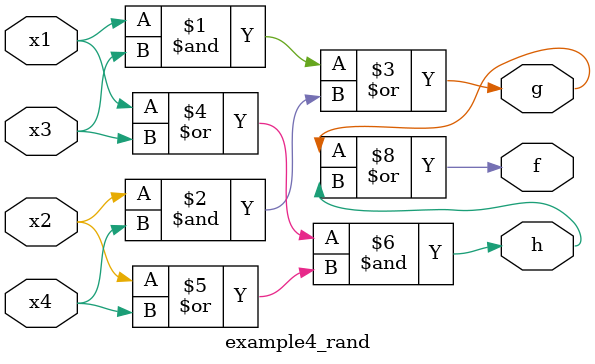
<source format=sv>
module example4_rand(x1, x2, x3, x4, f, g, h);
input x1, x2, x3, x4;
output f, g, h;
assign g = (x1 & x3) | (x2 & x4);
assign h = (x1 | x3) & (x2 | x4);
assign f_block = g_block | h_block;
assign f = g | h;
endmodule
</source>
